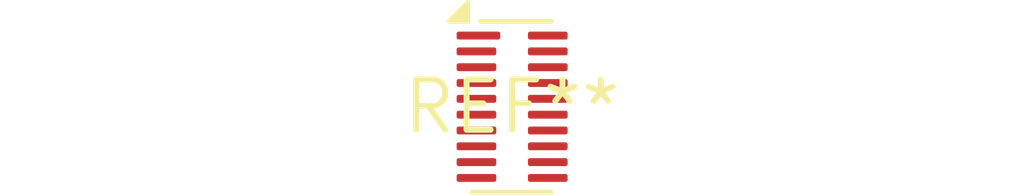
<source format=kicad_pcb>
(kicad_pcb (version 20240108) (generator pcbnew)
  (layers (0 "F.Cu" signal) (31 "B.Cu" signal) (34 "B.Paste" user) (35 "F.Paste" user) (36 "B.SilkS" user "B.Silkscreen") (37 "F.SilkS" user "F.Silkscreen") (38 "B.Mask" user) (39 "F.Mask" user) (44 "Edge.Cuts" user))
  (net 0 "")
  (footprint "USON-20_2x4mm_P0.4mm" (layer "F.Cu") (at 0 0)
    (property "Reference" "REF**")
    (property "Value" "USON-20_2x4mm_P0.4mm")
    (fp_line (start 0.99 2.16) (end -1.01 2.16) (layer "F.SilkS") (stroke (width 0.12)))
    (fp_line (start 1 -2.16) (end -0.8 -2.16) (layer "F.SilkS") (stroke (width 0.12)))
    (fp_poly (pts (xy -1.12 -2.16) (xy -1.6 -2.16) (xy -1.12 -2.64) (xy -1.12 -2.16)) (layer "F.SilkS") (stroke (width 0.12)) (fill solid))
    (pad "1" smd roundrect (at -0.85 -1.8 270) (size 0.2 1.1) (layers "F.Cu" "F.Paste" "F.Mask"))
    (pad "2" smd roundrect (at -0.9 -1.4 270) (size 0.2 1) (layers "F.Cu" "F.Paste" "F.Mask"))
    (pad "3" smd roundrect (at -0.9 -1 270) (size 0.2 1) (layers "F.Cu" "F.Paste" "F.Mask"))
    (pad "4" smd roundrect (at -0.9 -0.6 270) (size 0.2 1) (layers "F.Cu" "F.Paste" "F.Mask"))
    (pad "5" smd roundrect (at -0.9 -0.2 270) (size 0.2 1) (layers "F.Cu" "F.Paste" "F.Mask"))
    (pad "6" smd roundrect (at -0.9 0.2 270) (size 0.2 1) (layers "F.Cu" "F.Paste" "F.Mask"))
    (pad "7" smd roundrect (at -0.9 0.6 270) (size 0.2 1) (layers "F.Cu" "F.Paste" "F.Mask"))
    (pad "8" smd roundrect (at -0.9 1 270) (size 0.2 1) (layers "F.Cu" "F.Paste" "F.Mask"))
    (pad "9" smd roundrect (at -0.9 1.4 270) (size 0.2 1) (layers "F.Cu" "F.Paste" "F.Mask"))
    (pad "10" smd roundrect (at -0.9 1.8 270) (size 0.2 1) (layers "F.Cu" "F.Paste" "F.Mask"))
    (pad "11" smd roundrect (at 0.9 1.8 270) (size 0.2 1) (layers "F.Cu" "F.Paste" "F.Mask"))
    (pad "12" smd roundrect (at 0.9 1.4 270) (size 0.2 1) (layers "F.Cu" "F.Paste" "F.Mask"))
    (pad "13" smd roundrect (at 0.9 1 270) (size 0.2 1) (layers "F.Cu" "F.Paste" "F.Mask"))
    (pad "14" smd roundrect (at 0.9 0.6 270) (size 0.2 1) (layers "F.Cu" "F.Paste" "F.Mask"))
    (pad "15" smd roundrect (at 0.9 0.2 270) (size 0.2 1) (layers "F.Cu" "F.Paste" "F.Mask"))
    (pad "16" smd roundrect (at 0.9 -0.2 270) (size 0.2 1) (layers "F.Cu" "F.Paste" "F.Mask"))
    (pad "17" smd roundrect (at 0.9 -0.6 270) (size 0.2 1) (layers "F.Cu" "F.Paste" "F.Mask"))
    (pad "18" smd roundrect (at 0.9 -1 270) (size 0.2 1) (layers "F.Cu" "F.Paste" "F.Mask"))
    (pad "19" smd roundrect (at 0.9 -1.4 270) (size 0.2 1) (layers "F.Cu" "F.Paste" "F.Mask"))
    (pad "20" smd roundrect (at 0.9 -1.8 270) (size 0.2 1) (layers "F.Cu" "F.Paste" "F.Mask"))
  )
)
</source>
